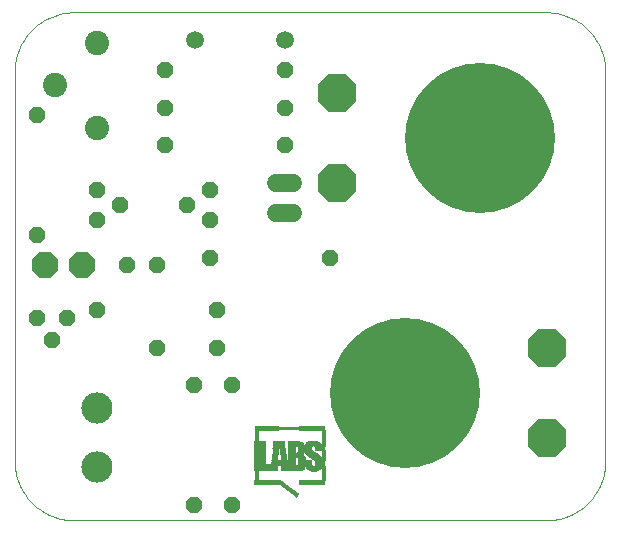
<source format=gts>
G75*
G70*
%OFA0B0*%
%FSLAX24Y24*%
%IPPOS*%
%LPD*%
%AMOC8*
5,1,8,0,0,1.08239X$1,22.5*
%
%ADD10C,0.5000*%
%ADD11C,0.0000*%
%ADD12OC8,0.0560*%
%ADD13C,0.0594*%
%ADD14C,0.1040*%
%ADD15C,0.0808*%
%ADD16OC8,0.0890*%
%ADD17OC8,0.1290*%
%ADD18R,0.0021X0.0007*%
%ADD19R,0.0035X0.0007*%
%ADD20R,0.0042X0.0007*%
%ADD21R,0.0063X0.0007*%
%ADD22R,0.0070X0.0007*%
%ADD23R,0.0091X0.0007*%
%ADD24R,0.0105X0.0007*%
%ADD25R,0.0119X0.0007*%
%ADD26R,0.0133X0.0007*%
%ADD27R,0.0147X0.0007*%
%ADD28R,0.0161X0.0007*%
%ADD29R,0.0175X0.0007*%
%ADD30R,0.0189X0.0007*%
%ADD31R,0.0203X0.0007*%
%ADD32R,0.0224X0.0007*%
%ADD33R,0.0231X0.0007*%
%ADD34R,0.0231X0.0007*%
%ADD35R,0.0231X0.0007*%
%ADD36R,0.0231X0.0007*%
%ADD37R,0.0224X0.0007*%
%ADD38R,0.0224X0.0007*%
%ADD39R,0.1043X0.0007*%
%ADD40R,0.0896X0.0007*%
%ADD41R,0.1036X0.0007*%
%ADD42R,0.0896X0.0007*%
%ADD43R,0.1022X0.0007*%
%ADD44R,0.1015X0.0007*%
%ADD45R,0.1001X0.0007*%
%ADD46R,0.0994X0.0007*%
%ADD47R,0.0980X0.0007*%
%ADD48R,0.0973X0.0007*%
%ADD49R,0.0959X0.0007*%
%ADD50R,0.0952X0.0007*%
%ADD51R,0.0945X0.0007*%
%ADD52R,0.0938X0.0007*%
%ADD53R,0.0924X0.0007*%
%ADD54R,0.0917X0.0007*%
%ADD55R,0.0903X0.0007*%
%ADD56R,0.0889X0.0007*%
%ADD57R,0.0875X0.0007*%
%ADD58R,0.0868X0.0007*%
%ADD59R,0.0854X0.0007*%
%ADD60R,0.0140X0.0007*%
%ADD61R,0.0133X0.0007*%
%ADD62R,0.0140X0.0007*%
%ADD63R,0.0133X0.0007*%
%ADD64R,0.0189X0.0007*%
%ADD65R,0.0245X0.0007*%
%ADD66R,0.0770X0.0007*%
%ADD67R,0.0623X0.0007*%
%ADD68R,0.0280X0.0007*%
%ADD69R,0.0770X0.0007*%
%ADD70R,0.0693X0.0007*%
%ADD71R,0.0315X0.0007*%
%ADD72R,0.0728X0.0007*%
%ADD73R,0.0343X0.0007*%
%ADD74R,0.0777X0.0007*%
%ADD75R,0.0742X0.0007*%
%ADD76R,0.0371X0.0007*%
%ADD77R,0.0756X0.0007*%
%ADD78R,0.0385X0.0007*%
%ADD79R,0.0763X0.0007*%
%ADD80R,0.0413X0.0007*%
%ADD81R,0.0777X0.0007*%
%ADD82R,0.0427X0.0007*%
%ADD83R,0.0441X0.0007*%
%ADD84R,0.0784X0.0007*%
%ADD85R,0.0469X0.0007*%
%ADD86R,0.0791X0.0007*%
%ADD87R,0.0476X0.0007*%
%ADD88R,0.0483X0.0007*%
%ADD89R,0.0798X0.0007*%
%ADD90R,0.0497X0.0007*%
%ADD91R,0.0798X0.0007*%
%ADD92R,0.0644X0.0007*%
%ADD93R,0.0805X0.0007*%
%ADD94R,0.0784X0.0007*%
%ADD95R,0.0651X0.0007*%
%ADD96R,0.0812X0.0007*%
%ADD97R,0.0784X0.0007*%
%ADD98R,0.0819X0.0007*%
%ADD99R,0.0658X0.0007*%
%ADD100R,0.0819X0.0007*%
%ADD101R,0.0658X0.0007*%
%ADD102R,0.1484X0.0007*%
%ADD103R,0.1071X0.0007*%
%ADD104R,0.1057X0.0007*%
%ADD105R,0.0371X0.0007*%
%ADD106R,0.1050X0.0007*%
%ADD107R,0.0364X0.0007*%
%ADD108R,0.0357X0.0007*%
%ADD109R,0.0490X0.0007*%
%ADD110R,0.0504X0.0007*%
%ADD111R,0.1372X0.0007*%
%ADD112R,0.0350X0.0007*%
%ADD113R,0.1372X0.0007*%
%ADD114R,0.0483X0.0007*%
%ADD115R,0.0350X0.0007*%
%ADD116R,0.0476X0.0007*%
%ADD117R,0.0833X0.0007*%
%ADD118R,0.0469X0.0007*%
%ADD119R,0.0385X0.0007*%
%ADD120R,0.0833X0.0007*%
%ADD121R,0.0469X0.0007*%
%ADD122R,0.0567X0.0007*%
%ADD123R,0.0252X0.0007*%
%ADD124R,0.0567X0.0007*%
%ADD125R,0.0252X0.0007*%
%ADD126R,0.0560X0.0007*%
%ADD127R,0.0553X0.0007*%
%ADD128R,0.0553X0.0007*%
%ADD129R,0.0546X0.0007*%
%ADD130R,0.0364X0.0007*%
%ADD131R,0.0546X0.0007*%
%ADD132R,0.0371X0.0007*%
%ADD133R,0.0539X0.0007*%
%ADD134R,0.0378X0.0007*%
%ADD135R,0.0252X0.0007*%
%ADD136R,0.0392X0.0007*%
%ADD137R,0.0252X0.0007*%
%ADD138R,0.0399X0.0007*%
%ADD139R,0.0406X0.0007*%
%ADD140R,0.0420X0.0007*%
%ADD141R,0.0427X0.0007*%
%ADD142R,0.0441X0.0007*%
%ADD143R,0.0245X0.0007*%
%ADD144R,0.0448X0.0007*%
%ADD145R,0.0462X0.0007*%
%ADD146R,0.0217X0.0007*%
%ADD147R,0.0224X0.0007*%
%ADD148R,0.0259X0.0007*%
%ADD149R,0.0357X0.0007*%
%ADD150R,0.0287X0.0007*%
%ADD151R,0.0567X0.0007*%
%ADD152R,0.0217X0.0007*%
%ADD153R,0.0553X0.0007*%
%ADD154R,0.0392X0.0007*%
%ADD155R,0.0217X0.0007*%
%ADD156R,0.0399X0.0007*%
%ADD157R,0.0532X0.0007*%
%ADD158R,0.0525X0.0007*%
%ADD159R,0.0511X0.0007*%
%ADD160R,0.0406X0.0007*%
%ADD161R,0.0497X0.0007*%
%ADD162R,0.0406X0.0007*%
%ADD163R,0.0455X0.0007*%
%ADD164R,0.0217X0.0007*%
%ADD165R,0.0399X0.0007*%
%ADD166R,0.0511X0.0007*%
%ADD167R,0.0210X0.0007*%
%ADD168R,0.0378X0.0007*%
%ADD169R,0.0539X0.0007*%
%ADD170R,0.0357X0.0007*%
%ADD171R,0.0259X0.0007*%
%ADD172R,0.0238X0.0007*%
%ADD173R,0.0336X0.0007*%
%ADD174R,0.0210X0.0007*%
%ADD175R,0.0238X0.0007*%
%ADD176R,0.0329X0.0007*%
%ADD177R,0.0322X0.0007*%
%ADD178R,0.0308X0.0007*%
%ADD179R,0.0539X0.0007*%
%ADD180R,0.0511X0.0007*%
%ADD181R,0.0497X0.0007*%
%ADD182R,0.0476X0.0007*%
%ADD183R,0.0462X0.0007*%
%ADD184R,0.0203X0.0007*%
%ADD185R,0.0462X0.0007*%
%ADD186R,0.0434X0.0007*%
%ADD187R,0.0420X0.0007*%
%ADD188R,0.0406X0.0007*%
%ADD189R,0.0560X0.0007*%
%ADD190R,0.0553X0.0007*%
%ADD191R,0.0399X0.0007*%
%ADD192R,0.0532X0.0007*%
%ADD193R,0.0518X0.0007*%
%ADD194R,0.0504X0.0007*%
%ADD195R,0.0504X0.0007*%
%ADD196R,0.0378X0.0007*%
%ADD197R,0.0448X0.0007*%
%ADD198R,0.0434X0.0007*%
%ADD199R,0.0448X0.0007*%
%ADD200R,0.0371X0.0007*%
%ADD201R,0.0364X0.0007*%
%ADD202R,0.0336X0.0007*%
%ADD203R,0.0294X0.0007*%
%ADD204R,0.0196X0.0007*%
%ADD205R,0.2366X0.0007*%
%ADD206R,0.2366X0.0007*%
%ADD207C,0.0600*%
D10*
X015741Y005207D03*
X018241Y013707D03*
D11*
X002741Y010406D02*
X002741Y002926D01*
X002743Y002832D01*
X002750Y002739D01*
X002761Y002646D01*
X002777Y002553D01*
X002797Y002462D01*
X002821Y002371D01*
X002849Y002282D01*
X002882Y002194D01*
X002919Y002108D01*
X002960Y002024D01*
X003005Y001942D01*
X003054Y001861D01*
X003106Y001784D01*
X003162Y001709D01*
X003222Y001637D01*
X003285Y001567D01*
X003351Y001501D01*
X003421Y001438D01*
X003493Y001378D01*
X003568Y001322D01*
X003645Y001270D01*
X003725Y001221D01*
X003808Y001176D01*
X003892Y001135D01*
X003978Y001098D01*
X004066Y001065D01*
X004155Y001037D01*
X004246Y001013D01*
X004337Y000993D01*
X004430Y000977D01*
X004523Y000966D01*
X004616Y000959D01*
X004710Y000957D01*
X014946Y000957D01*
X020458Y000957D01*
X020552Y000959D01*
X020645Y000966D01*
X020738Y000977D01*
X020831Y000993D01*
X020922Y001013D01*
X021013Y001037D01*
X021102Y001065D01*
X021190Y001098D01*
X021276Y001135D01*
X021360Y001176D01*
X021443Y001221D01*
X021523Y001270D01*
X021600Y001322D01*
X021675Y001378D01*
X021747Y001438D01*
X021817Y001501D01*
X021883Y001567D01*
X021946Y001637D01*
X022006Y001709D01*
X022062Y001784D01*
X022114Y001861D01*
X022163Y001942D01*
X022208Y002024D01*
X022249Y002108D01*
X022286Y002194D01*
X022319Y002282D01*
X022347Y002371D01*
X022371Y002462D01*
X022391Y002553D01*
X022407Y002646D01*
X022418Y002739D01*
X022425Y002832D01*
X022427Y002926D01*
X022426Y002926D02*
X022426Y011194D01*
X022426Y015918D01*
X022427Y015918D02*
X022425Y016012D01*
X022418Y016105D01*
X022407Y016198D01*
X022391Y016291D01*
X022371Y016382D01*
X022347Y016473D01*
X022319Y016562D01*
X022286Y016650D01*
X022249Y016736D01*
X022208Y016820D01*
X022163Y016902D01*
X022114Y016983D01*
X022062Y017060D01*
X022006Y017135D01*
X021946Y017207D01*
X021883Y017277D01*
X021817Y017343D01*
X021747Y017406D01*
X021675Y017466D01*
X021600Y017522D01*
X021523Y017574D01*
X021442Y017623D01*
X021360Y017668D01*
X021276Y017709D01*
X021190Y017746D01*
X021102Y017779D01*
X021013Y017807D01*
X020922Y017831D01*
X020831Y017851D01*
X020738Y017867D01*
X020645Y017878D01*
X020552Y017885D01*
X020458Y017887D01*
X010419Y017887D01*
X004710Y017887D01*
X004616Y017885D01*
X004523Y017878D01*
X004430Y017867D01*
X004337Y017851D01*
X004246Y017831D01*
X004155Y017807D01*
X004066Y017779D01*
X003978Y017746D01*
X003892Y017709D01*
X003808Y017668D01*
X003725Y017623D01*
X003645Y017574D01*
X003568Y017522D01*
X003493Y017466D01*
X003421Y017406D01*
X003351Y017343D01*
X003285Y017277D01*
X003222Y017207D01*
X003162Y017135D01*
X003106Y017060D01*
X003054Y016983D01*
X003005Y016903D01*
X002960Y016820D01*
X002919Y016736D01*
X002882Y016650D01*
X002849Y016562D01*
X002821Y016473D01*
X002797Y016382D01*
X002777Y016291D01*
X002761Y016198D01*
X002750Y016105D01*
X002743Y016012D01*
X002741Y015918D01*
X002741Y010406D01*
D12*
X003491Y010457D03*
X005491Y010957D03*
X006241Y011457D03*
X005491Y011957D03*
X007741Y013457D03*
X007741Y014707D03*
X007741Y015957D03*
X011741Y015957D03*
X011741Y014707D03*
X011741Y013457D03*
X009241Y011957D03*
X008491Y011457D03*
X009241Y010957D03*
X009241Y009707D03*
X007491Y009457D03*
X006491Y009457D03*
X005491Y007957D03*
X004491Y007707D03*
X003991Y006957D03*
X003491Y007707D03*
X007491Y006707D03*
X008704Y005457D03*
X009991Y005457D03*
X009491Y006707D03*
X009491Y007957D03*
X013241Y009707D03*
X003491Y014457D03*
X008704Y001457D03*
X009991Y001457D03*
D13*
X008741Y016957D03*
X011741Y016957D03*
D14*
X005491Y004692D03*
X005491Y002723D03*
D15*
X005491Y014037D03*
X004071Y015457D03*
X005491Y016877D03*
D16*
X004991Y009457D03*
X003741Y009457D03*
D17*
X013491Y012207D03*
X013491Y015207D03*
X020491Y006707D03*
X020491Y003707D03*
D18*
X012141Y001714D03*
D19*
X012141Y001721D03*
D20*
X012138Y001728D03*
D21*
X012134Y001735D03*
D22*
X012131Y001742D03*
D23*
X012127Y001749D03*
D24*
X012127Y001756D03*
X012715Y002575D03*
D25*
X012127Y001763D03*
X012694Y003583D03*
D26*
X012120Y001770D03*
D27*
X012120Y001777D03*
D28*
X012120Y001784D03*
D29*
X012113Y001791D03*
D30*
X012113Y001798D03*
D31*
X012113Y001805D03*
X011679Y003289D03*
X011679Y003296D03*
X011679Y003310D03*
X011679Y003317D03*
D32*
X011452Y003296D03*
X011452Y003289D03*
X011452Y003282D03*
X011452Y003275D03*
X011445Y003240D03*
X011445Y003226D03*
X011438Y003184D03*
X011438Y003177D03*
X011438Y003170D03*
X011417Y003030D03*
X011417Y003016D03*
X011417Y003009D03*
X011417Y003002D03*
X011417Y002995D03*
X011410Y002981D03*
X011410Y002974D03*
X011410Y002967D03*
X011410Y002960D03*
X011410Y002946D03*
X011718Y002967D03*
X011718Y002974D03*
X011718Y002981D03*
X011718Y002995D03*
X011718Y003002D03*
X011725Y002946D03*
X011697Y002120D03*
X011725Y002099D03*
X011837Y002015D03*
X012012Y001889D03*
X012110Y001812D03*
D33*
X012106Y001819D03*
X012078Y001840D03*
X012001Y001896D03*
X011973Y001917D03*
X011966Y001924D03*
X011931Y001945D03*
X011903Y001966D03*
X011868Y001994D03*
X011826Y002022D03*
X011791Y002050D03*
X011763Y002071D03*
X011686Y002127D03*
X011721Y002960D03*
D34*
X012302Y003205D03*
X012302Y003212D03*
X012540Y003380D03*
X012540Y003387D03*
X011679Y002134D03*
X011714Y002106D03*
X011735Y002092D03*
X011742Y002085D03*
X011770Y002064D03*
X011784Y002057D03*
X011819Y002029D03*
X011854Y002001D03*
X011875Y001987D03*
X011882Y001980D03*
X011910Y001959D03*
X011924Y001952D03*
X011952Y001931D03*
X011980Y001910D03*
X012022Y001882D03*
X012029Y001875D03*
X012050Y001861D03*
X012057Y001854D03*
X012064Y001847D03*
X012092Y001826D03*
D35*
X012085Y001833D03*
X011994Y001903D03*
X011847Y002008D03*
X011707Y002113D03*
D36*
X011798Y002043D03*
X011896Y001973D03*
X012036Y001868D03*
D37*
X011942Y001938D03*
X011753Y002078D03*
X011725Y002953D03*
X011718Y002988D03*
X011417Y002988D03*
X011410Y002953D03*
X011417Y003023D03*
X011445Y003233D03*
D38*
X011431Y003135D03*
X011431Y003121D03*
X011431Y003114D03*
X011424Y003086D03*
X011424Y003079D03*
X011424Y003072D03*
X011424Y003065D03*
X011704Y003100D03*
X011711Y003051D03*
X011711Y003044D03*
X011711Y003037D03*
X011711Y003030D03*
X011809Y002036D03*
D39*
X011259Y002141D03*
D40*
X011186Y002246D03*
X012656Y002246D03*
X012656Y002239D03*
X012656Y002232D03*
X012656Y002225D03*
X012656Y002211D03*
X012656Y002204D03*
X012656Y002197D03*
X012656Y002190D03*
X012656Y002176D03*
X012656Y002169D03*
X012656Y002162D03*
X012656Y002155D03*
X012656Y002141D03*
X012656Y002260D03*
X012656Y002267D03*
X012656Y002274D03*
X012656Y003940D03*
X012656Y003947D03*
X012656Y003954D03*
X012656Y003961D03*
X012656Y004031D03*
X012656Y004045D03*
X012656Y004052D03*
X012656Y004059D03*
X012656Y004066D03*
D41*
X011256Y002148D03*
D42*
X012656Y002148D03*
X012656Y002183D03*
X012656Y002218D03*
X012656Y002253D03*
X012656Y003933D03*
X012656Y003968D03*
X012656Y004038D03*
D43*
X011249Y002155D03*
D44*
X011245Y002162D03*
D45*
X011238Y002169D03*
D46*
X011235Y002176D03*
D47*
X011228Y002183D03*
D48*
X011224Y002190D03*
D49*
X011217Y002197D03*
D50*
X011214Y002204D03*
D51*
X011210Y002211D03*
D52*
X011207Y002218D03*
D53*
X011200Y002225D03*
D54*
X011196Y002232D03*
D55*
X011189Y002239D03*
D56*
X011182Y002253D03*
D57*
X011175Y002260D03*
D58*
X011172Y002267D03*
D59*
X011165Y002274D03*
D60*
X010808Y002281D03*
X010808Y002295D03*
X010808Y002302D03*
X010808Y002309D03*
X010808Y002316D03*
X010808Y002330D03*
X010808Y002337D03*
X010808Y002344D03*
X010808Y002351D03*
X010808Y002365D03*
X010808Y002372D03*
X010808Y002379D03*
X010808Y002386D03*
X010808Y002400D03*
X010808Y002407D03*
X010808Y002414D03*
X010808Y002421D03*
X010808Y002435D03*
X010808Y002442D03*
X010808Y002449D03*
X010808Y002456D03*
X010808Y002470D03*
X010808Y002477D03*
X010808Y002484D03*
X010808Y002491D03*
X010808Y002505D03*
X010808Y002512D03*
X010808Y002519D03*
X010808Y002526D03*
X010808Y002540D03*
X010808Y002547D03*
X010808Y002554D03*
X010808Y002561D03*
X010808Y002575D03*
X010808Y002582D03*
X010808Y002589D03*
X010808Y003569D03*
X010808Y003576D03*
X010808Y003590D03*
X010808Y003597D03*
X010808Y003604D03*
X010808Y003611D03*
X010808Y003625D03*
X010808Y003632D03*
X010808Y003639D03*
X010808Y003646D03*
X010808Y003660D03*
X010808Y003667D03*
X010808Y003674D03*
X010808Y003681D03*
X010808Y003695D03*
X010808Y003702D03*
X010808Y003709D03*
X010808Y003716D03*
X010808Y003730D03*
X010808Y003737D03*
X010808Y003744D03*
X010808Y003751D03*
X010808Y003765D03*
X010808Y003772D03*
X010808Y003779D03*
X010808Y003786D03*
X010808Y003800D03*
X010808Y003807D03*
X010808Y003814D03*
X010808Y003821D03*
X010808Y003835D03*
X010808Y003842D03*
X010808Y003849D03*
X010808Y003856D03*
X010808Y003870D03*
X010808Y003877D03*
X010808Y003884D03*
X010808Y003891D03*
X010808Y003905D03*
X010808Y003912D03*
X010808Y003919D03*
X010808Y003926D03*
D61*
X013037Y003926D03*
X013037Y003919D03*
X013037Y003912D03*
X013037Y003905D03*
X013037Y003891D03*
X013037Y003884D03*
X013037Y003877D03*
X013037Y003870D03*
X013037Y003856D03*
X013037Y003849D03*
X013037Y003842D03*
X013037Y003835D03*
X013037Y003821D03*
X013037Y003814D03*
X013037Y003807D03*
X013037Y003800D03*
X013037Y003786D03*
X013037Y003779D03*
X013037Y003772D03*
X013037Y003765D03*
X013037Y003751D03*
X013037Y003744D03*
X013037Y003737D03*
X013037Y003730D03*
X013037Y003716D03*
X013037Y003709D03*
X013037Y003702D03*
X013037Y003695D03*
X013037Y003681D03*
X013037Y003674D03*
X013037Y003667D03*
X013037Y003660D03*
X013037Y003646D03*
X013037Y003639D03*
X013037Y003632D03*
X013037Y003625D03*
X013037Y003611D03*
X013037Y003604D03*
X013037Y003597D03*
X013037Y003590D03*
X013037Y003576D03*
X013037Y003569D03*
X013037Y003562D03*
X013037Y003555D03*
X013037Y003541D03*
X013037Y003534D03*
X013037Y003527D03*
X013037Y003520D03*
X013037Y003506D03*
X013037Y003499D03*
X013037Y003492D03*
X013037Y003485D03*
X013037Y003471D03*
X013037Y003464D03*
X013037Y003457D03*
X013037Y003450D03*
X013037Y003436D03*
X013037Y003429D03*
X013037Y003422D03*
X013037Y003261D03*
X013037Y003254D03*
X013037Y003247D03*
X013037Y003240D03*
X013037Y003226D03*
X013037Y003219D03*
X013037Y003212D03*
X013037Y003205D03*
X013037Y003191D03*
X013037Y003184D03*
X013037Y003177D03*
X013037Y003170D03*
X013037Y003156D03*
X013037Y003149D03*
X013037Y003142D03*
X013037Y003135D03*
X013037Y003121D03*
X013037Y003114D03*
X013037Y003107D03*
X013037Y003100D03*
X013037Y003086D03*
X013037Y003079D03*
X013037Y003072D03*
X013037Y003065D03*
X013037Y003051D03*
X013037Y003044D03*
X013037Y003037D03*
X013037Y003030D03*
X013037Y002666D03*
X013037Y002659D03*
X013037Y002652D03*
X013037Y002645D03*
X013037Y002631D03*
X013037Y002624D03*
X013037Y002617D03*
X013037Y002610D03*
X013037Y002596D03*
X013037Y002589D03*
X013037Y002582D03*
X013037Y002575D03*
X013037Y002561D03*
X013037Y002554D03*
X013037Y002547D03*
X013037Y002540D03*
X013037Y002526D03*
X013037Y002519D03*
X013037Y002512D03*
X013037Y002505D03*
X013037Y002491D03*
X013037Y002484D03*
X013037Y002477D03*
X013037Y002470D03*
X013037Y002456D03*
X013037Y002449D03*
X013037Y002442D03*
X013037Y002435D03*
X013037Y002421D03*
X013037Y002414D03*
X013037Y002407D03*
X013037Y002400D03*
X013037Y002386D03*
X013037Y002379D03*
X013037Y002372D03*
X013037Y002365D03*
X013037Y002351D03*
X013037Y002344D03*
X013037Y002337D03*
X013037Y002330D03*
X013037Y002316D03*
X013037Y002309D03*
X013037Y002302D03*
X013037Y002295D03*
X013037Y002281D03*
D62*
X010808Y002288D03*
X010808Y002323D03*
X010808Y002358D03*
X010808Y002393D03*
X010808Y002428D03*
X010808Y002463D03*
X010808Y002498D03*
X010808Y002533D03*
X010808Y002568D03*
X010808Y003583D03*
X010808Y003618D03*
X010808Y003653D03*
X010808Y003688D03*
X010808Y003723D03*
X010808Y003758D03*
X010808Y003793D03*
X010808Y003828D03*
X010808Y003863D03*
X010808Y003898D03*
D63*
X013037Y003898D03*
X013037Y003863D03*
X013037Y003828D03*
X013037Y003793D03*
X013037Y003758D03*
X013037Y003723D03*
X013037Y003688D03*
X013037Y003653D03*
X013037Y003618D03*
X013037Y003583D03*
X013037Y003548D03*
X013037Y003513D03*
X013037Y003478D03*
X013037Y003443D03*
X013037Y003268D03*
X013037Y003233D03*
X013037Y003198D03*
X013037Y003163D03*
X013037Y003128D03*
X013037Y003093D03*
X013037Y003058D03*
X013037Y003023D03*
X013037Y002673D03*
X013037Y002638D03*
X013037Y002603D03*
X013037Y002568D03*
X013037Y002533D03*
X013037Y002498D03*
X013037Y002463D03*
X013037Y002428D03*
X013037Y002393D03*
X013037Y002358D03*
X013037Y002323D03*
X013037Y002288D03*
D64*
X012715Y002582D03*
D65*
X012715Y002589D03*
X012316Y002974D03*
X012316Y002981D03*
X012309Y003009D03*
X012295Y003387D03*
D66*
X011123Y002610D03*
X011123Y002596D03*
D67*
X011945Y002596D03*
D68*
X012719Y002596D03*
D69*
X012012Y002638D03*
X011123Y002603D03*
D70*
X011980Y002603D03*
D71*
X012715Y002603D03*
D72*
X011991Y002610D03*
D73*
X012610Y003184D03*
X012715Y002610D03*
D74*
X012015Y002645D03*
X011126Y002652D03*
X011126Y002645D03*
X011126Y002631D03*
X011126Y002624D03*
X011126Y002617D03*
X011126Y002659D03*
X011126Y002666D03*
X011126Y002680D03*
X011126Y002687D03*
D75*
X011998Y002617D03*
D76*
X012715Y002617D03*
X011560Y003520D03*
X011560Y003527D03*
X011560Y003534D03*
X011560Y003541D03*
X011560Y003555D03*
D77*
X012005Y002624D03*
D78*
X012645Y003149D03*
X012757Y003051D03*
X012764Y003044D03*
X012911Y002939D03*
X012911Y002736D03*
X012715Y002624D03*
X011560Y003471D03*
X011560Y003485D03*
X011560Y003492D03*
X011560Y003499D03*
X010930Y003499D03*
X010930Y003492D03*
X010930Y003485D03*
X010930Y003471D03*
X010930Y003464D03*
X010930Y003457D03*
X010930Y003450D03*
X010930Y003436D03*
X010930Y003429D03*
X010930Y003422D03*
X010930Y003415D03*
X010930Y003401D03*
X010930Y003394D03*
X010930Y003387D03*
X010930Y003380D03*
X010930Y003366D03*
X010930Y003359D03*
X010930Y003352D03*
X010930Y003345D03*
X010930Y003331D03*
X010930Y003324D03*
X010930Y003317D03*
X010930Y003310D03*
X010930Y003296D03*
X010930Y003289D03*
X010930Y003282D03*
X010930Y003275D03*
X010930Y003261D03*
X010930Y003254D03*
X010930Y003247D03*
X010930Y003240D03*
X010930Y003226D03*
X010930Y003219D03*
X010930Y003212D03*
X010930Y003205D03*
X010930Y003191D03*
X010930Y003184D03*
X010930Y003177D03*
X010930Y003170D03*
X010930Y003156D03*
X010930Y003149D03*
X010930Y003142D03*
X010930Y003135D03*
X010930Y003121D03*
X010930Y003114D03*
X010930Y003107D03*
X010930Y003100D03*
X010930Y003086D03*
X010930Y003079D03*
X010930Y003072D03*
X010930Y003065D03*
X010930Y003051D03*
X010930Y003044D03*
X010930Y003037D03*
X010930Y003030D03*
X010930Y003016D03*
X010930Y003009D03*
X010930Y003002D03*
X010930Y002995D03*
X010930Y002981D03*
X010930Y002974D03*
X010930Y002967D03*
X010930Y002960D03*
X010930Y002946D03*
X010930Y002939D03*
X010930Y002932D03*
X010930Y002925D03*
X010930Y002911D03*
X010930Y002904D03*
X010930Y002897D03*
X010930Y002890D03*
X010930Y002876D03*
X010930Y002869D03*
X010930Y002862D03*
X010930Y002855D03*
X010930Y002841D03*
X010930Y002834D03*
X010930Y002827D03*
X010930Y002820D03*
X010930Y002806D03*
X010930Y002799D03*
X010930Y002792D03*
X010930Y003506D03*
X010930Y003520D03*
X010930Y003527D03*
X010930Y003534D03*
X010930Y003541D03*
X010930Y003555D03*
X010930Y003562D03*
D79*
X012008Y002631D03*
D80*
X012715Y002631D03*
X011560Y003380D03*
X011560Y003387D03*
X011560Y003394D03*
D81*
X011126Y002673D03*
X011126Y002638D03*
D82*
X011560Y003338D03*
X012071Y003548D03*
X012715Y002638D03*
D83*
X012715Y002645D03*
D84*
X012019Y002652D03*
D85*
X012715Y002652D03*
X012869Y003002D03*
D86*
X012022Y002666D03*
X012022Y002659D03*
D87*
X012096Y003107D03*
X012096Y003527D03*
X012866Y003009D03*
X012719Y002659D03*
D88*
X012715Y002666D03*
X012435Y003261D03*
X012701Y003492D03*
D89*
X012026Y002673D03*
D90*
X012715Y002673D03*
X012106Y003513D03*
D91*
X012026Y002680D03*
D92*
X012782Y002687D03*
X012782Y002680D03*
D93*
X012029Y002687D03*
X012029Y002694D03*
D94*
X011130Y002701D03*
X011130Y002694D03*
X011130Y002715D03*
X011130Y002722D03*
X011130Y002729D03*
X011130Y002736D03*
X011130Y002750D03*
X011130Y002757D03*
X011130Y002764D03*
D95*
X012778Y002701D03*
X012778Y002694D03*
D96*
X012026Y002701D03*
D97*
X011130Y002708D03*
X011130Y002743D03*
D98*
X012029Y002708D03*
X011147Y003933D03*
X011147Y003968D03*
X011147Y004038D03*
D99*
X012775Y002708D03*
D100*
X012029Y002715D03*
X012029Y002722D03*
X011147Y003940D03*
X011147Y003947D03*
X011147Y003954D03*
X011147Y003961D03*
X011147Y004031D03*
X011147Y004045D03*
X011147Y004052D03*
X011147Y004059D03*
X011147Y004066D03*
D101*
X012775Y002722D03*
X012775Y002715D03*
D102*
X012362Y002729D03*
D103*
X012155Y002736D03*
D104*
X012148Y002743D03*
D105*
X012631Y003163D03*
X012918Y003408D03*
X012918Y002743D03*
D106*
X012145Y002750D03*
X012145Y002757D03*
D107*
X012628Y003170D03*
X012922Y003275D03*
X012922Y003282D03*
X012922Y003289D03*
X012922Y003296D03*
X012922Y003310D03*
X012922Y003317D03*
X012922Y003324D03*
X012922Y003331D03*
X012922Y003345D03*
X012922Y003352D03*
X012922Y003359D03*
X012922Y003366D03*
X012922Y003380D03*
X012922Y003387D03*
X012922Y003394D03*
X012922Y002750D03*
D108*
X012925Y002757D03*
X012925Y002764D03*
X012925Y002890D03*
X012925Y002897D03*
X012925Y002904D03*
X012925Y002911D03*
D109*
X012859Y003016D03*
X012439Y003254D03*
X012698Y003485D03*
X012103Y003520D03*
X011865Y002764D03*
X012418Y002771D03*
D110*
X012411Y002764D03*
X012446Y003240D03*
D111*
X011424Y002785D03*
X011424Y002771D03*
D112*
X012929Y002771D03*
X012929Y002785D03*
X012929Y002792D03*
X012929Y002799D03*
X012929Y002806D03*
X012929Y002820D03*
X012929Y002827D03*
X012929Y002834D03*
X012929Y002841D03*
X012929Y002855D03*
X012929Y002862D03*
X012929Y002869D03*
X012929Y002876D03*
D113*
X011424Y002778D03*
D114*
X012099Y003128D03*
X012421Y002778D03*
D115*
X012929Y002778D03*
X012929Y002813D03*
X012929Y002848D03*
X012929Y002883D03*
X012698Y003548D03*
D116*
X012698Y003499D03*
X012425Y002792D03*
X012425Y002785D03*
D117*
X011693Y002792D03*
X011693Y002799D03*
X011693Y002806D03*
X011693Y002820D03*
D118*
X012428Y002827D03*
X012428Y002820D03*
X012428Y002806D03*
X012428Y002799D03*
X012428Y002834D03*
X012428Y002841D03*
X012428Y002855D03*
X012428Y002862D03*
X012428Y002869D03*
X012428Y002876D03*
X012428Y002890D03*
X012428Y002897D03*
X012428Y002904D03*
X012428Y002911D03*
X012428Y002925D03*
X012428Y002932D03*
X012428Y002939D03*
X012428Y003275D03*
X012428Y003282D03*
X012428Y003289D03*
X012421Y003359D03*
X012421Y003366D03*
D119*
X011560Y003478D03*
X010930Y003478D03*
X010930Y003443D03*
X010930Y003408D03*
X010930Y003373D03*
X010930Y003338D03*
X010930Y003303D03*
X010930Y003268D03*
X010930Y003233D03*
X010930Y003198D03*
X010930Y003163D03*
X010930Y003128D03*
X010930Y003093D03*
X010930Y003058D03*
X010930Y003023D03*
X010930Y002988D03*
X010930Y002953D03*
X010930Y002918D03*
X010930Y002883D03*
X010930Y002848D03*
X010930Y002813D03*
X010930Y003513D03*
X010930Y003548D03*
D120*
X011693Y002813D03*
D121*
X012428Y002813D03*
X012428Y002848D03*
X012428Y002883D03*
X012428Y002918D03*
X012421Y003373D03*
D122*
X011567Y002869D03*
X011567Y002862D03*
X011567Y002855D03*
X011567Y002841D03*
X011567Y002834D03*
X011567Y002827D03*
D123*
X011984Y002827D03*
X011984Y002834D03*
X011984Y002841D03*
X011984Y002855D03*
X011984Y002862D03*
X011984Y002869D03*
X011984Y002876D03*
X011984Y002890D03*
X011984Y002897D03*
X011984Y002904D03*
X011984Y002911D03*
X011984Y002925D03*
X011984Y002932D03*
X011984Y002939D03*
X011984Y002946D03*
X011984Y002960D03*
X011984Y002967D03*
X011984Y002974D03*
X011984Y002981D03*
X011984Y002995D03*
X011984Y003002D03*
X011984Y003009D03*
X011984Y003016D03*
X011984Y003030D03*
X011984Y003184D03*
X011984Y003191D03*
X011984Y003205D03*
X011984Y003212D03*
X011984Y003219D03*
X011984Y003226D03*
X011984Y003240D03*
X011984Y003247D03*
X011984Y003254D03*
X011984Y003261D03*
X011984Y003275D03*
X011984Y003282D03*
X011984Y003289D03*
X011984Y003296D03*
X011984Y003310D03*
X011984Y003317D03*
X011984Y003324D03*
X011984Y003331D03*
X011984Y003345D03*
X011984Y003352D03*
X011984Y003359D03*
X011984Y003366D03*
X011984Y003380D03*
X011984Y003387D03*
X011984Y003394D03*
X012306Y003016D03*
X012313Y003002D03*
X012313Y002995D03*
X012551Y003415D03*
X012698Y003569D03*
D124*
X011567Y002848D03*
D125*
X011984Y002848D03*
X011984Y002883D03*
X011984Y002918D03*
X011984Y002953D03*
X011984Y002988D03*
X011984Y003023D03*
X011984Y003198D03*
X011984Y003233D03*
X011984Y003268D03*
X011984Y003303D03*
X011984Y003338D03*
X011984Y003373D03*
D126*
X012138Y003401D03*
X012138Y003051D03*
X012138Y003044D03*
X011564Y002876D03*
D127*
X011567Y002883D03*
D128*
X011567Y002890D03*
X011567Y002897D03*
X011567Y002904D03*
X011567Y002911D03*
D129*
X011564Y002918D03*
X012131Y003443D03*
D130*
X012922Y003373D03*
X012922Y003338D03*
X012922Y003303D03*
X012922Y002918D03*
D131*
X012131Y003065D03*
X012131Y003170D03*
X012131Y003177D03*
X012131Y003450D03*
X011564Y002925D03*
D132*
X012771Y003037D03*
X012778Y003030D03*
X012918Y002925D03*
X012918Y003401D03*
D133*
X012694Y003422D03*
X012127Y003457D03*
X012127Y003464D03*
X012127Y003072D03*
X011567Y002939D03*
X011567Y002932D03*
D134*
X012915Y002932D03*
X012915Y003415D03*
D135*
X012320Y002967D03*
X012320Y002960D03*
X012320Y002946D03*
D136*
X012656Y003142D03*
X012663Y003135D03*
X012908Y002946D03*
X012698Y003534D03*
X011564Y003464D03*
X011564Y003457D03*
D137*
X012320Y002953D03*
D138*
X012904Y002953D03*
X011560Y003443D03*
D139*
X011564Y003422D03*
X011564Y003415D03*
X011564Y003401D03*
X012684Y003114D03*
X012691Y003107D03*
X012719Y003086D03*
X012726Y003079D03*
X012901Y002960D03*
D140*
X012894Y002967D03*
X012698Y003527D03*
X011564Y003366D03*
X011564Y003359D03*
X011564Y003352D03*
D141*
X011560Y003345D03*
X012890Y002974D03*
D142*
X012883Y002981D03*
D143*
X012547Y003408D03*
X012316Y002988D03*
D144*
X012880Y002988D03*
D145*
X012873Y002995D03*
X012698Y003506D03*
X012089Y003534D03*
D146*
X011693Y003191D03*
X011693Y003184D03*
X011693Y003177D03*
X011693Y003170D03*
X011700Y003142D03*
X011700Y003135D03*
X011700Y003121D03*
X011700Y003114D03*
X011700Y003107D03*
X011714Y003016D03*
X011714Y003009D03*
X011420Y003037D03*
X011420Y003044D03*
X011420Y003051D03*
X011434Y003142D03*
X011434Y003149D03*
X011434Y003156D03*
X011441Y003191D03*
X011441Y003205D03*
X011441Y003212D03*
X011441Y003219D03*
X011448Y003247D03*
X011448Y003254D03*
X011448Y003261D03*
X011455Y003310D03*
X011455Y003317D03*
X011455Y003324D03*
D147*
X011431Y003128D03*
X011424Y003058D03*
X011704Y003093D03*
X011711Y003023D03*
D148*
X012302Y003023D03*
D149*
X012785Y003023D03*
D150*
X012281Y003030D03*
D151*
X012141Y003037D03*
D152*
X011707Y003058D03*
X011427Y003093D03*
D153*
X012134Y003058D03*
D154*
X012747Y003058D03*
D155*
X011707Y003065D03*
X011707Y003072D03*
X011707Y003079D03*
X011707Y003086D03*
X011427Y003100D03*
X011427Y003107D03*
D156*
X012673Y003121D03*
X012736Y003072D03*
X012743Y003065D03*
D157*
X012698Y003429D03*
X012698Y003436D03*
X012124Y003471D03*
X012124Y003156D03*
X012124Y003079D03*
D158*
X012120Y003086D03*
X012120Y003149D03*
X012456Y003226D03*
X012701Y003450D03*
X012120Y003485D03*
D159*
X012113Y003093D03*
D160*
X012712Y003093D03*
D161*
X012106Y003100D03*
X012106Y003135D03*
D162*
X012698Y003100D03*
D163*
X012085Y003114D03*
X012085Y003121D03*
D164*
X011700Y003128D03*
X011693Y003163D03*
X011441Y003198D03*
X011434Y003163D03*
X011448Y003268D03*
X011455Y003303D03*
D165*
X012666Y003128D03*
D166*
X012701Y003471D03*
X012113Y003499D03*
X012113Y003142D03*
D167*
X011697Y003149D03*
X011697Y003156D03*
X011690Y003205D03*
X011690Y003212D03*
X011690Y003219D03*
X011690Y003226D03*
X011683Y003240D03*
X011683Y003247D03*
X011683Y003254D03*
X011683Y003261D03*
X011683Y003275D03*
X011683Y003282D03*
X011676Y003324D03*
D168*
X011564Y003506D03*
X012642Y003156D03*
X012698Y003541D03*
D169*
X012127Y003163D03*
D170*
X012617Y003177D03*
D171*
X012281Y003184D03*
X012288Y003394D03*
D172*
X012299Y003380D03*
X012292Y003191D03*
X012544Y003394D03*
X012544Y003401D03*
D173*
X012607Y003191D03*
D174*
X011690Y003198D03*
X011690Y003233D03*
X011683Y003268D03*
D175*
X012299Y003198D03*
D176*
X012596Y003198D03*
D177*
X012593Y003205D03*
X012698Y003555D03*
D178*
X012586Y003212D03*
D179*
X012456Y003219D03*
D180*
X012449Y003233D03*
D181*
X012442Y003247D03*
D182*
X012432Y003268D03*
D183*
X012425Y003296D03*
X012425Y003310D03*
X012425Y003317D03*
X012425Y003324D03*
X012425Y003331D03*
X012425Y003345D03*
X012425Y003352D03*
D184*
X011679Y003303D03*
D185*
X012425Y003303D03*
X012425Y003338D03*
D186*
X011564Y003331D03*
D187*
X011564Y003373D03*
D188*
X011564Y003408D03*
D189*
X012138Y003408D03*
D190*
X012134Y003415D03*
X012134Y003422D03*
X012134Y003429D03*
X012134Y003436D03*
D191*
X012057Y003555D03*
X011560Y003450D03*
X011560Y003436D03*
X011560Y003429D03*
D192*
X012124Y003478D03*
X012698Y003443D03*
D193*
X012698Y003457D03*
X012698Y003464D03*
X012117Y003492D03*
D194*
X012698Y003478D03*
D195*
X012110Y003506D03*
D196*
X011564Y003513D03*
D197*
X012698Y003513D03*
D198*
X012698Y003520D03*
D199*
X012082Y003541D03*
D200*
X011560Y003548D03*
D201*
X011564Y003562D03*
D202*
X012026Y003562D03*
D203*
X012698Y003562D03*
D204*
X012698Y003576D03*
D205*
X011921Y003975D03*
X011921Y003982D03*
X011921Y003989D03*
X011921Y003996D03*
X011921Y004010D03*
X011921Y004017D03*
X011921Y004024D03*
D206*
X011921Y004003D03*
D207*
X012021Y011207D02*
X011461Y011207D01*
X011461Y012207D02*
X012021Y012207D01*
M02*

</source>
